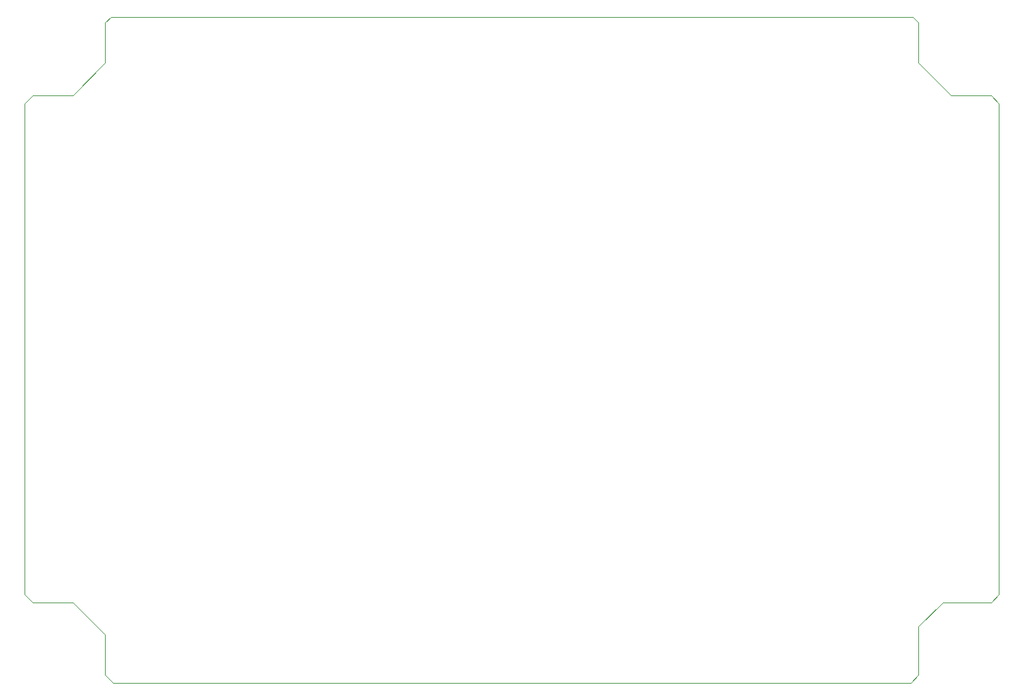
<source format=gm1>
G04 #@! TF.FileFunction,Profile,NP*
%FSLAX46Y46*%
G04 Gerber Fmt 4.6, Leading zero omitted, Abs format (unit mm)*
G04 Created by KiCad (PCBNEW (2015-07-11 BZR 5925, Git c291b88)-product) date 8/5/2015 3:00:13 PM*
%MOMM*%
G01*
G04 APERTURE LIST*
%ADD10C,0.100000*%
G04 APERTURE END LIST*
D10*
X102750000Y-52750000D02*
X102000000Y-53500000D01*
X202250000Y-52750000D02*
X102750000Y-52750000D01*
X203000000Y-53500000D02*
X202250000Y-52750000D01*
X202000000Y-135500000D02*
X103000000Y-135500000D01*
X203000000Y-128500000D02*
X203000000Y-134500000D01*
X102000000Y-134500000D02*
X103000000Y-135500000D01*
X102000000Y-129500000D02*
X102000000Y-134500000D01*
X98000000Y-125500000D02*
X102000000Y-129500000D01*
X93000000Y-62500000D02*
X98000000Y-62500000D01*
X92000000Y-63500000D02*
X93000000Y-62500000D01*
X92000000Y-124500000D02*
X92000000Y-63500000D01*
X93000000Y-125500000D02*
X92000000Y-124500000D01*
X98000000Y-125500000D02*
X93000000Y-125500000D01*
X203000000Y-134500000D02*
X202000000Y-135500000D01*
X206000000Y-125500000D02*
X203000000Y-128500000D01*
X212000000Y-125500000D02*
X206000000Y-125500000D01*
X213000000Y-124500000D02*
X212000000Y-125500000D01*
X213000000Y-63500000D02*
X213000000Y-124500000D01*
X212000000Y-62500000D02*
X213000000Y-63500000D01*
X207000000Y-62500000D02*
X212000000Y-62500000D01*
X203000000Y-58500000D02*
X207000000Y-62500000D01*
X203000000Y-53500000D02*
X203000000Y-58500000D01*
X102000000Y-58500000D02*
X102000000Y-53500000D01*
X98000000Y-62500000D02*
X102000000Y-58500000D01*
M02*

</source>
